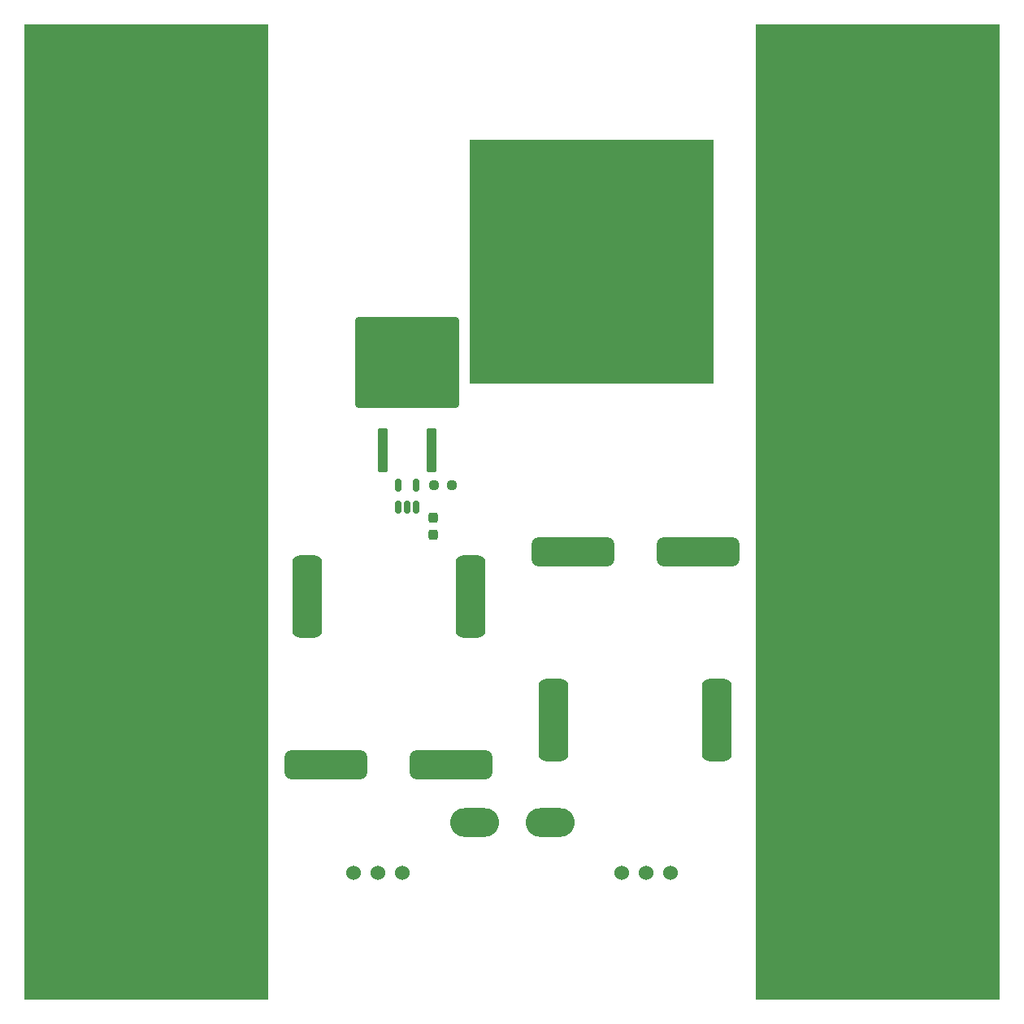
<source format=gbr>
%TF.GenerationSoftware,KiCad,Pcbnew,7.0.2*%
%TF.CreationDate,2024-03-28T21:29:25-05:00*%
%TF.ProjectId,Relay_board_hardware,52656c61-795f-4626-9f61-72645f686172,rev?*%
%TF.SameCoordinates,Original*%
%TF.FileFunction,Soldermask,Bot*%
%TF.FilePolarity,Negative*%
%FSLAX46Y46*%
G04 Gerber Fmt 4.6, Leading zero omitted, Abs format (unit mm)*
G04 Created by KiCad (PCBNEW 7.0.2) date 2024-03-28 21:29:25*
%MOMM*%
%LPD*%
G01*
G04 APERTURE LIST*
G04 Aperture macros list*
%AMRoundRect*
0 Rectangle with rounded corners*
0 $1 Rounding radius*
0 $2 $3 $4 $5 $6 $7 $8 $9 X,Y pos of 4 corners*
0 Add a 4 corners polygon primitive as box body*
4,1,4,$2,$3,$4,$5,$6,$7,$8,$9,$2,$3,0*
0 Add four circle primitives for the rounded corners*
1,1,$1+$1,$2,$3*
1,1,$1+$1,$4,$5*
1,1,$1+$1,$6,$7*
1,1,$1+$1,$8,$9*
0 Add four rect primitives between the rounded corners*
20,1,$1+$1,$2,$3,$4,$5,0*
20,1,$1+$1,$4,$5,$6,$7,0*
20,1,$1+$1,$6,$7,$8,$9,0*
20,1,$1+$1,$8,$9,$2,$3,0*%
G04 Aperture macros list end*
%ADD10RoundRect,0.237500X0.237500X-0.300000X0.237500X0.300000X-0.237500X0.300000X-0.237500X-0.300000X0*%
%ADD11RoundRect,0.237500X0.250000X0.237500X-0.250000X0.237500X-0.250000X-0.237500X0.250000X-0.237500X0*%
%ADD12RoundRect,0.150000X0.150000X-0.512500X0.150000X0.512500X-0.150000X0.512500X-0.150000X-0.512500X0*%
%ADD13O,5.100000X3.000000*%
%ADD14R,25.400000X50.800000*%
%ADD15RoundRect,0.775000X-3.525000X0.775000X-3.525000X-0.775000X3.525000X-0.775000X3.525000X0.775000X0*%
%ADD16RoundRect,0.775000X0.775000X3.525000X-0.775000X3.525000X-0.775000X-3.525000X0.775000X-3.525000X0*%
%ADD17RoundRect,0.775000X-0.775000X-3.525000X0.775000X-3.525000X0.775000X3.525000X-0.775000X3.525000X0*%
%ADD18C,1.524000*%
%ADD19RoundRect,0.775000X3.525000X-0.775000X3.525000X0.775000X-3.525000X0.775000X-3.525000X-0.775000X0*%
%ADD20R,25.400000X25.400000*%
%ADD21RoundRect,0.250000X0.300000X-2.050000X0.300000X2.050000X-0.300000X2.050000X-0.300000X-2.050000X0*%
%ADD22RoundRect,0.250002X5.149998X-4.449998X5.149998X4.449998X-5.149998X4.449998X-5.149998X-4.449998X0*%
G04 APERTURE END LIST*
D10*
%TO.C,C1*%
X144145000Y-103960000D03*
X144145000Y-102235000D03*
%TD*%
D11*
%TO.C,R3*%
X146097000Y-98806000D03*
X144272000Y-98806000D03*
%TD*%
D12*
%TO.C,U2*%
X142428000Y-101092000D03*
X141478000Y-101092000D03*
X140528000Y-101092000D03*
X140528000Y-98817000D03*
X142428000Y-98817000D03*
%TD*%
D13*
%TO.C,Conn1*%
X156337000Y-133922800D03*
X148463000Y-133922800D03*
%TD*%
D14*
%TO.C,V3*%
X114300000Y-76200000D03*
%TD*%
D15*
%TO.C,K1*%
X158754000Y-105740000D03*
X171754000Y-105740000D03*
D16*
X173754000Y-123240000D03*
D17*
X156754000Y-123240000D03*
%TD*%
D18*
%TO.C,Conn2*%
X163830000Y-139192000D03*
X166370000Y-139192000D03*
X168910000Y-139192000D03*
%TD*%
D14*
%TO.C,V5*%
X114300000Y-127000000D03*
%TD*%
%TO.C,V2*%
X190500000Y-76200000D03*
%TD*%
D18*
%TO.C,Conn3*%
X135890000Y-139192000D03*
X138430000Y-139192000D03*
X140970000Y-139192000D03*
%TD*%
D14*
%TO.C,V4*%
X190500000Y-127000000D03*
%TD*%
D16*
%TO.C,K2*%
X148046000Y-110440000D03*
D17*
X131046000Y-110440000D03*
D19*
X133046000Y-127940000D03*
X146046000Y-127940000D03*
%TD*%
D20*
%TO.C,V1*%
X160655000Y-75565000D03*
%TD*%
D21*
%TO.C,Q1*%
X144018000Y-95183000D03*
D22*
X141478000Y-86033000D03*
D21*
X138938000Y-95183000D03*
%TD*%
M02*

</source>
